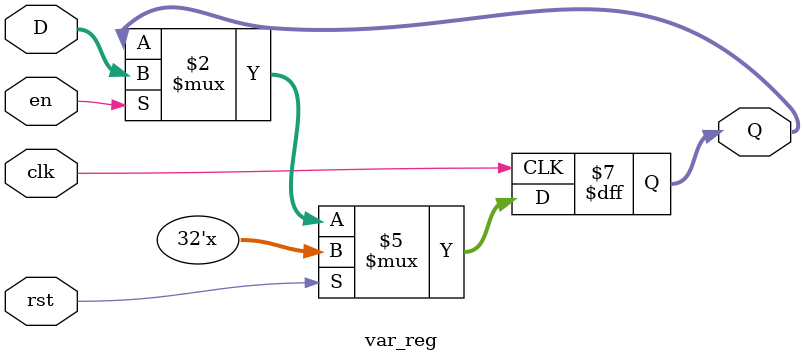
<source format=v>
module var_reg #(parameter size = 32)(
    input [size-1:0] D,
    input clk,
    input rst,
    input en,
    output reg [size-1:0] Q
);

    always @(posedge clk)
    begin
        if (rst)
            Q <= 'bx;
        else if (en)
            Q <= D;
    end
endmodule 

</source>
